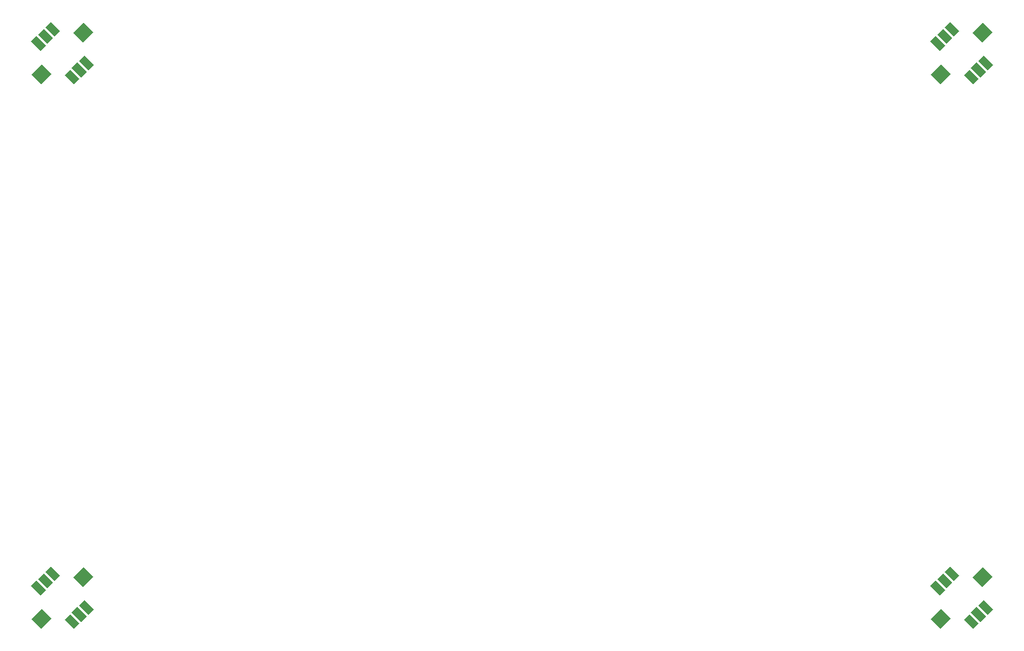
<source format=gtp>
G75*
%MOIN*%
%OFA0B0*%
%FSLAX25Y25*%
%IPPOS*%
%LPD*%
%AMOC8*
5,1,8,0,0,1.08239X$1,22.5*
%
%ADD10R,0.07283X0.04331*%
%ADD11R,0.07480X0.07874*%
D10*
G36*
X0202889Y0028932D02*
X0197741Y0034080D01*
X0200803Y0037142D01*
X0205951Y0031994D01*
X0202889Y0028932D01*
G37*
G36*
X0206787Y0032830D02*
X0201639Y0037978D01*
X0204701Y0041040D01*
X0209849Y0035892D01*
X0206787Y0032830D01*
G37*
G36*
X0210684Y0036727D02*
X0205536Y0041875D01*
X0208598Y0044937D01*
X0213746Y0039789D01*
X0210684Y0036727D01*
G37*
G36*
X0229197Y0018215D02*
X0224049Y0023363D01*
X0227111Y0026425D01*
X0232259Y0021277D01*
X0229197Y0018215D01*
G37*
G36*
X0225299Y0014317D02*
X0220151Y0019465D01*
X0223213Y0022527D01*
X0228361Y0017379D01*
X0225299Y0014317D01*
G37*
G36*
X0221402Y0010420D02*
X0216254Y0015568D01*
X0219316Y0018630D01*
X0224464Y0013482D01*
X0221402Y0010420D01*
G37*
G36*
X0697889Y0028932D02*
X0692741Y0034080D01*
X0695803Y0037142D01*
X0700951Y0031994D01*
X0697889Y0028932D01*
G37*
G36*
X0701787Y0032830D02*
X0696639Y0037978D01*
X0699701Y0041040D01*
X0704849Y0035892D01*
X0701787Y0032830D01*
G37*
G36*
X0705684Y0036727D02*
X0700536Y0041875D01*
X0703598Y0044937D01*
X0708746Y0039789D01*
X0705684Y0036727D01*
G37*
G36*
X0724197Y0018215D02*
X0719049Y0023363D01*
X0722111Y0026425D01*
X0727259Y0021277D01*
X0724197Y0018215D01*
G37*
G36*
X0720299Y0014317D02*
X0715151Y0019465D01*
X0718213Y0022527D01*
X0723361Y0017379D01*
X0720299Y0014317D01*
G37*
G36*
X0716402Y0010420D02*
X0711254Y0015568D01*
X0714316Y0018630D01*
X0719464Y0013482D01*
X0716402Y0010420D01*
G37*
G36*
X0716402Y0310420D02*
X0711254Y0315568D01*
X0714316Y0318630D01*
X0719464Y0313482D01*
X0716402Y0310420D01*
G37*
G36*
X0720299Y0314317D02*
X0715151Y0319465D01*
X0718213Y0322527D01*
X0723361Y0317379D01*
X0720299Y0314317D01*
G37*
G36*
X0724197Y0318215D02*
X0719049Y0323363D01*
X0722111Y0326425D01*
X0727259Y0321277D01*
X0724197Y0318215D01*
G37*
G36*
X0701787Y0332830D02*
X0696639Y0337978D01*
X0699701Y0341040D01*
X0704849Y0335892D01*
X0701787Y0332830D01*
G37*
G36*
X0697889Y0328932D02*
X0692741Y0334080D01*
X0695803Y0337142D01*
X0700951Y0331994D01*
X0697889Y0328932D01*
G37*
G36*
X0705684Y0336727D02*
X0700536Y0341875D01*
X0703598Y0344937D01*
X0708746Y0339789D01*
X0705684Y0336727D01*
G37*
G36*
X0229197Y0318215D02*
X0224049Y0323363D01*
X0227111Y0326425D01*
X0232259Y0321277D01*
X0229197Y0318215D01*
G37*
G36*
X0225299Y0314317D02*
X0220151Y0319465D01*
X0223213Y0322527D01*
X0228361Y0317379D01*
X0225299Y0314317D01*
G37*
G36*
X0221402Y0310420D02*
X0216254Y0315568D01*
X0219316Y0318630D01*
X0224464Y0313482D01*
X0221402Y0310420D01*
G37*
G36*
X0202889Y0328932D02*
X0197741Y0334080D01*
X0200803Y0337142D01*
X0205951Y0331994D01*
X0202889Y0328932D01*
G37*
G36*
X0206787Y0332830D02*
X0201639Y0337978D01*
X0204701Y0341040D01*
X0209849Y0335892D01*
X0206787Y0332830D01*
G37*
G36*
X0210684Y0336727D02*
X0205536Y0341875D01*
X0208598Y0344937D01*
X0213746Y0339789D01*
X0210684Y0336727D01*
G37*
D11*
G36*
X0203364Y0010753D02*
X0198075Y0016042D01*
X0203642Y0021609D01*
X0208931Y0016320D01*
X0203364Y0010753D01*
G37*
G36*
X0226358Y0033748D02*
X0221069Y0039037D01*
X0226636Y0044604D01*
X0231925Y0039315D01*
X0226358Y0033748D01*
G37*
G36*
X0203364Y0310753D02*
X0198075Y0316042D01*
X0203642Y0321609D01*
X0208931Y0316320D01*
X0203364Y0310753D01*
G37*
G36*
X0226358Y0333748D02*
X0221069Y0339037D01*
X0226636Y0344604D01*
X0231925Y0339315D01*
X0226358Y0333748D01*
G37*
G36*
X0698364Y0310753D02*
X0693075Y0316042D01*
X0698642Y0321609D01*
X0703931Y0316320D01*
X0698364Y0310753D01*
G37*
G36*
X0721358Y0333748D02*
X0716069Y0339037D01*
X0721636Y0344604D01*
X0726925Y0339315D01*
X0721358Y0333748D01*
G37*
G36*
X0721358Y0033748D02*
X0716069Y0039037D01*
X0721636Y0044604D01*
X0726925Y0039315D01*
X0721358Y0033748D01*
G37*
G36*
X0698364Y0010753D02*
X0693075Y0016042D01*
X0698642Y0021609D01*
X0703931Y0016320D01*
X0698364Y0010753D01*
G37*
M02*

</source>
